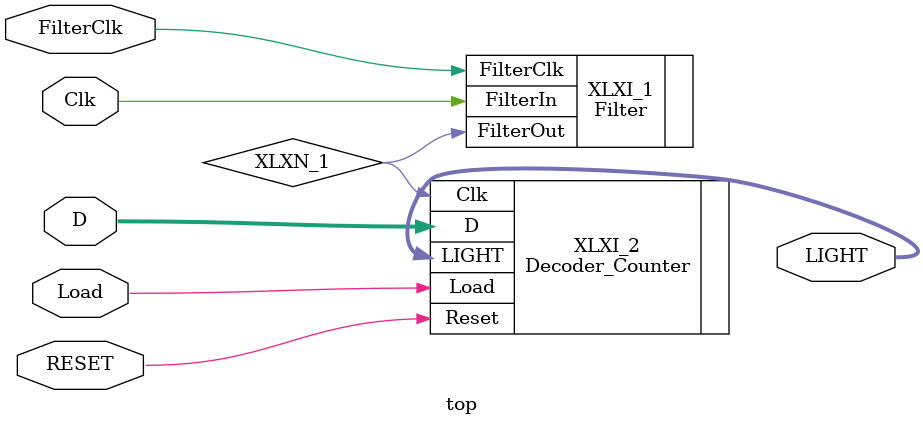
<source format=v>
`timescale 1ns / 1ps

module top(Clk, 
           D, 
           FilterClk, 
           Load, 
           RESET, 
           LIGHT);

    input Clk;
    input [3:0] D;
    input FilterClk;
    input Load;
    input RESET;
   output [7:0] LIGHT;
   
   wire XLXN_1;
   
   Filter XLXI_1 (.FilterClk(FilterClk), 
                  .FilterIn(Clk), 
                  .FilterOut(XLXN_1));
   Decoder_Counter XLXI_2 (.Clk(XLXN_1), 
                           .D(D[3:0]), 
                           .Load(Load), 
                           .Reset(RESET), 
                           .LIGHT(LIGHT[7:0]));
endmodule

</source>
